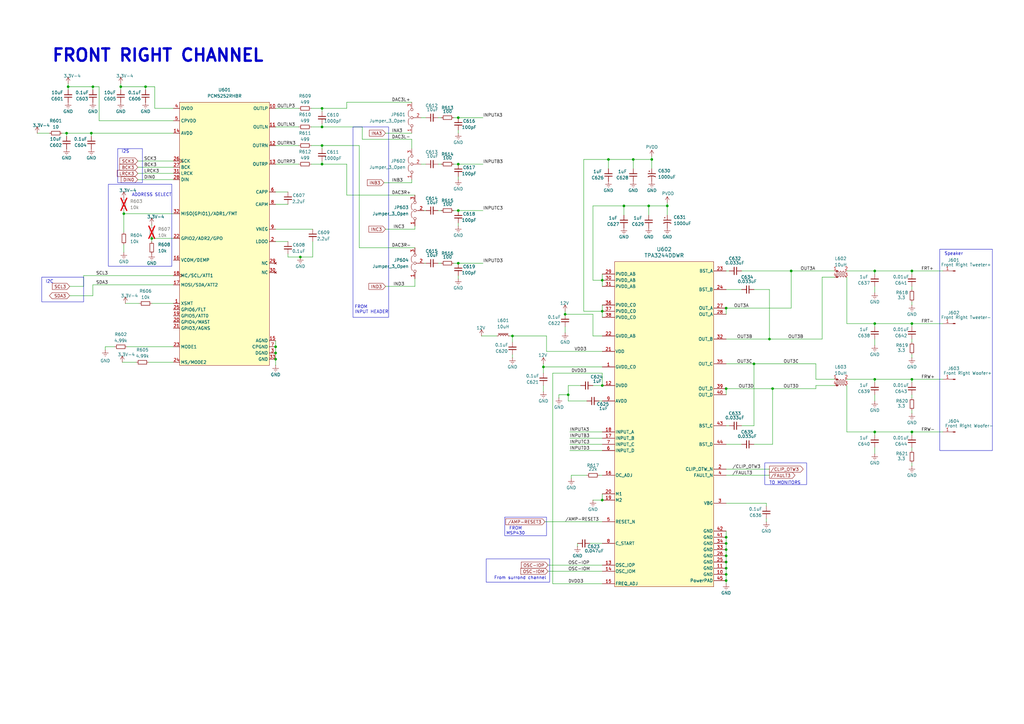
<source format=kicad_sch>
(kicad_sch (version 20250114) (generator "eeschema") (generator_version "9.0")
  (paper "A3")
  (title_block (title "Amplificateur Audio (Base Saine)") (date "2025-05-19") (rev "1.0") (company "NDG"))
  (rectangle (start 144.78 52.07) (end 159.385 130.175))
  (rectangle (start 199.39 229.235) (end 225.425 238.76))
  (rectangle (start 44.45 75.565) (end 70.485 109.22))
  (rectangle (start 17.145 113.665) (end 34.29 123.825))
  (rectangle (start 48.26 60.96) (end 58.42 74.93))
  (rectangle (start 207.01 212.09) (end 224.155 219.71))
  (rectangle (start 313.69 189.865) (end 330.835 198.755))
  (rectangle (start 385.445 102.235) (end 407.035 184.785))
  (text "TO MONITORS" (at 321.945 198.12 0) (effects (font (size 1.27 1.27))))
  (text "I2C\n" (at 20.32 115.57 0) (effects (font (size 1.27 1.27))))
  (text "ADDRESS SELECT" (at 62.23 80.01 0) (effects (font (size 1.27 1.27))))
  (text "Speaker\n" (at 391.16 104.14 0) (effects (font (size 1.27 1.27))))
  (text "FROM\nINPUT HEADER" (at 145.415 127 0) (effects (font (size 1.27 1.27)) (justify left)))
  (text "I2S\n" (at 51.435 62.23 0) (effects (font (size 1.27 1.27))))
  (text "FROM\nMSP430\n" (at 211.455 217.805 0) (effects (font (size 1.27 1.27))))
  (text "From surrond channel\n\n" (at 213.36 238.125 0) (effects (font (size 1.27 1.27))))
  (text "FRONT RIGHT CHANNEL\n" (at 64.77 22.86 0) (effects (font (size 5 5) (thickness 1) (bold yes))))
  (junction (at 297.815 233.045))
  (junction (at 59.69 35.56))
  (junction (at 358.775 155.575))
  (junction (at 324.485 111.125))
  (junction (at 37.465 54.61))
  (junction (at 309.245 149.225))
  (junction (at 233.045 161.925))
  (junction (at 113.03 142.24))
  (junction (at 132.08 52.07))
  (junction (at 297.815 238.125))
  (junction (at 316.865 159.385))
  (junction (at 297.815 225.425))
  (junction (at 266.065 84.455))
  (junction (at 374.015 155.575))
  (junction (at 187.96 48.26))
  (junction (at 315.595 139.065))
  (junction (at 113.03 144.78))
  (junction (at 358.775 111.125))
  (junction (at 132.08 44.45))
  (junction (at 297.815 230.505))
  (junction (at 132.08 59.69))
  (junction (at 297.815 126.365))
  (junction (at 255.905 84.455))
  (junction (at 273.685 84.455))
  (junction (at 297.815 235.585))
  (junction (at 132.08 67.31))
  (junction (at 49.53 35.56))
  (junction (at 297.815 222.885))
  (junction (at 247.015 205.105))
  (junction (at 27.305 54.61))
  (junction (at 297.815 159.385))
  (junction (at 50.8 87.63))
  (junction (at 374.015 111.125))
  (junction (at 187.96 107.95))
  (junction (at 187.96 67.31))
  (junction (at 267.335 65.405))
  (junction (at 210.185 137.795))
  (junction (at 27.94 35.56))
  (junction (at 38.1 35.56))
  (junction (at 113.03 147.32))
  (junction (at 247.015 127.635))
  (junction (at 259.715 65.405))
  (junction (at 297.815 220.345))
  (junction (at 358.775 177.165))
  (junction (at 222.885 150.495))
  (junction (at 247.015 158.115))
  (junction (at 374.015 132.715))
  (junction (at 62.23 97.79))
  (junction (at 374.015 177.165))
  (junction (at 358.775 132.715))
  (junction (at 187.96 86.36))
  (junction (at 123.19 105.41))
  (junction (at 247.015 114.935))
  (junction (at 249.555 65.405))
  (junction (at 231.775 128.905))
  (junction (at 297.815 227.965))
  (wire (pts (xy 347.345 132.715) (xy 358.775 132.715)))
  (wire (pts (xy 168.91 74.93) (xy 168.91 73.66)))
  (wire (pts (xy 148.59 52.07) (xy 148.59 57.15)))
  (wire (pts (xy 241.935 222.885) (xy 247.015 222.885)))
  (wire (pts (xy 245.745 194.945) (xy 247.015 194.945)))
  (wire (pts (xy 174.625 86.36) (xy 173.99 86.36)))
  (wire (pts (xy 297.815 227.965) (xy 297.815 230.505)))
  (wire (pts (xy 234.315 194.945) (xy 240.665 194.945)))
  (wire (pts (xy 224.79 231.775) (xy 247.015 231.775)))
  (wire (pts (xy 49.53 35.56) (xy 59.69 35.56)))
  (wire (pts (xy 25.4 54.61) (xy 27.305 54.61)))
  (wire (pts (xy 299.085 174.625) (xy 297.815 174.625)))
  (wire (pts (xy 236.855 222.885) (xy 236.855 224.155)))
  (wire (pts (xy 34.29 113.03) (xy 71.12 113.03)))
  (wire (pts (xy 247.015 144.145) (xy 224.155 144.145)))
  (wire (pts (xy 337.185 139.065) (xy 315.595 139.065)))
  (wire (pts (xy 168.91 41.91) (xy 142.24 41.91)))
  (wire (pts (xy 226.695 153.035) (xy 247.015 153.035)))
  (wire (pts (xy 40.64 49.53) (xy 40.64 35.56)))
  (wire (pts (xy 309.245 174.625) (xy 304.165 174.625)))
  (wire (pts (xy 247.015 125.095) (xy 247.015 127.635)))
  (wire (pts (xy 27.94 35.56) (xy 38.1 35.56)))
  (wire (pts (xy 243.205 128.905) (xy 243.205 137.795)))
  (wire (pts (xy 63.5 44.45) (xy 71.12 44.45)))
  (wire (pts (xy 132.08 60.96) (xy 132.08 59.69)))
  (wire (pts (xy 374.015 155.575) (xy 374.015 156.845)))
  (wire (pts (xy 297.815 230.505) (xy 297.815 233.045)))
  (wire (pts (xy 297.815 220.345) (xy 297.815 222.885)))
  (wire (pts (xy 267.335 64.135) (xy 267.335 65.405)))
  (wire (pts (xy 38.1 116.84) (xy 71.12 116.84)))
  (wire (pts (xy 56.515 71.12) (xy 71.12 71.12)))
  (wire (pts (xy 247.015 127.635) (xy 239.395 127.635)))
  (wire (pts (xy 187.96 114.3) (xy 187.96 113.03)))
  (wire (pts (xy 249.555 65.405) (xy 249.555 69.215)))
  (wire (pts (xy 314.325 206.375) (xy 297.815 206.375)))
  (wire (pts (xy 187.96 73.66) (xy 187.96 72.39)))
  (wire (pts (xy 304.165 111.125) (xy 324.485 111.125)))
  (wire (pts (xy 233.68 179.705) (xy 247.015 179.705)))
  (wire (pts (xy 63.5 44.45) (xy 63.5 35.56)))
  (wire (pts (xy 113.03 44.45) (xy 122.555 44.45)))
  (wire (pts (xy 113.03 142.24) (xy 113.03 144.78)))
  (wire (pts (xy 297.815 194.945) (xy 315.595 194.945)))
  (wire (pts (xy 229.235 161.925) (xy 233.045 161.925)))
  (wire (pts (xy 170.18 93.98) (xy 158.115 93.98)))
  (wire (pts (xy 297.815 159.385) (xy 297.815 161.925)))
  (wire (pts (xy 358.775 155.575) (xy 374.015 155.575)))
  (wire (pts (xy 316.865 159.385) (xy 316.865 182.245)))
  (wire (pts (xy 197.485 137.795) (xy 203.835 137.795)))
  (wire (pts (xy 358.775 141.605) (xy 358.775 139.065)))
  (wire (pts (xy 247.015 127.635) (xy 247.015 130.175)))
  (wire (pts (xy 187.96 54.61) (xy 187.96 53.34)))
  (wire (pts (xy 71.12 49.53) (xy 40.64 49.53)))
  (wire (pts (xy 309.245 149.225) (xy 334.645 149.225)))
  (wire (pts (xy 358.775 111.125) (xy 358.775 112.395)))
  (wire (pts (xy 148.59 57.15) (xy 168.91 57.15)))
  (wire (pts (xy 127.635 67.31) (xy 132.08 67.31)))
  (wire (pts (xy 179.705 67.31) (xy 180.975 67.31)))
  (wire (pts (xy 374.015 169.545) (xy 374.015 168.275)))
  (wire (pts (xy 358.775 155.575) (xy 358.775 156.845)))
  (wire (pts (xy 49.53 35.56) (xy 49.53 36.83)))
  (wire (pts (xy 132.08 44.45) (xy 127.635 44.45)))
  (wire (pts (xy 297.815 235.585) (xy 297.815 238.125)))
  (wire (pts (xy 297.815 217.805) (xy 297.815 220.345)))
  (wire (pts (xy 113.03 139.7) (xy 113.03 142.24)))
  (wire (pts (xy 187.96 48.26) (xy 198.12 48.26)))
  (wire (pts (xy 304.165 118.745) (xy 297.815 118.745)))
  (wire (pts (xy 239.395 127.635) (xy 239.395 65.405)))
  (wire (pts (xy 347.345 155.575) (xy 358.775 155.575)))
  (wire (pts (xy 297.815 182.245) (xy 304.165 182.245)))
  (wire (pts (xy 358.775 177.165) (xy 358.775 178.435)))
  (wire (pts (xy 314.325 213.995) (xy 314.325 212.725)))
  (wire (pts (xy 224.155 137.795) (xy 210.185 137.795)))
  (wire (pts (xy 63.5 35.56) (xy 59.69 35.56)))
  (wire (pts (xy 374.015 191.135) (xy 374.015 189.865)))
  (wire (pts (xy 374.015 140.335) (xy 374.015 139.065)))
  (wire (pts (xy 186.055 86.36) (xy 187.96 86.36)))
  (wire (pts (xy 231.775 127.635) (xy 231.775 128.905)))
  (wire (pts (xy 174.625 107.95) (xy 173.99 107.95)))
  (wire (pts (xy 128.27 93.98) (xy 113.03 93.98)))
  (wire (pts (xy 247.015 114.935) (xy 247.015 117.475)))
  (wire (pts (xy 358.775 111.125) (xy 374.015 111.125)))
  (wire (pts (xy 297.815 239.395) (xy 297.815 238.125)))
  (wire (pts (xy 299.085 111.125) (xy 297.815 111.125)))
  (wire (pts (xy 62.23 124.46) (xy 71.12 124.46)))
  (wire (pts (xy 324.485 111.125) (xy 342.265 111.125)))
  (wire (pts (xy 247.015 239.395) (xy 226.695 239.395)))
  (wire (pts (xy 358.775 132.715) (xy 374.015 132.715)))
  (wire (pts (xy 374.015 184.785) (xy 374.015 183.515)))
  (wire (pts (xy 314.325 207.645) (xy 314.325 206.375)))
  (wire (pts (xy 132.08 45.72) (xy 132.08 44.45)))
  (wire (pts (xy 170.18 80.01) (xy 142.24 80.01)))
  (wire (pts (xy 238.125 158.115) (xy 233.045 158.115)))
  (wire (pts (xy 374.015 155.575) (xy 386.715 155.575)))
  (wire (pts (xy 247.015 153.035) (xy 247.015 158.115)))
  (wire (pts (xy 28.575 121.285) (xy 38.1 121.285)))
  (wire (pts (xy 27.305 54.61) (xy 27.305 55.88)))
  (wire (pts (xy 247.015 202.565) (xy 247.015 205.105)))
  (wire (pts (xy 52.07 142.24) (xy 71.12 142.24)))
  (wire (pts (xy 113.03 144.78) (xy 113.03 147.32)))
  (wire (pts (xy 210.185 145.415) (xy 210.185 146.685)))
  (wire (pts (xy 267.335 65.405) (xy 259.715 65.405)))
  (wire (pts (xy 170.18 114.3) (xy 170.18 117.475)))
  (wire (pts (xy 142.24 41.91) (xy 142.24 44.45)))
  (wire (pts (xy 179.705 48.26) (xy 180.975 48.26)))
  (wire (pts (xy 233.68 177.165) (xy 247.015 177.165)))
  (wire (pts (xy 324.485 111.125) (xy 324.485 126.365)))
  (wire (pts (xy 174.625 48.26) (xy 172.72 48.26)))
  (wire (pts (xy 358.775 132.715) (xy 358.775 133.985)))
  (wire (pts (xy 179.705 86.36) (xy 180.975 86.36)))
  (wire (pts (xy 174.625 67.31) (xy 172.72 67.31)))
  (wire (pts (xy 337.185 113.665) (xy 337.185 139.065)))
  (wire (pts (xy 222.885 160.655) (xy 222.885 158.115)))
  (wire (pts (xy 297.815 233.045) (xy 297.815 235.585)))
  (wire (pts (xy 118.11 99.06) (xy 113.03 99.06)))
  (wire (pts (xy 186.055 107.95) (xy 187.96 107.95)))
  (wire (pts (xy 273.685 88.265) (xy 273.685 84.455)))
  (wire (pts (xy 374.015 132.715) (xy 386.715 132.715)))
  (wire (pts (xy 374.015 125.095) (xy 374.015 123.825)))
  (wire (pts (xy 347.345 158.115) (xy 347.345 177.165)))
  (wire (pts (xy 255.905 84.455) (xy 266.065 84.455)))
  (wire (pts (xy 315.595 139.065) (xy 297.815 139.065)))
  (wire (pts (xy 229.235 161.925) (xy 229.235 163.195)))
  (wire (pts (xy 168.91 57.15) (xy 168.91 60.96)))
  (wire (pts (xy 158.115 54.61) (xy 168.91 54.61)))
  (wire (pts (xy 239.395 65.405) (xy 249.555 65.405)))
  (wire (pts (xy 245.745 164.465) (xy 247.015 164.465)))
  (wire (pts (xy 347.345 177.165) (xy 358.775 177.165)))
  (wire (pts (xy 187.96 107.95) (xy 198.12 107.95)))
  (wire (pts (xy 50.8 87.63) (xy 71.12 87.63)))
  (wire (pts (xy 113.03 67.31) (xy 122.555 67.31)))
  (wire (pts (xy 267.335 69.215) (xy 267.335 65.405)))
  (wire (pts (xy 337.185 113.665) (xy 342.265 113.665)))
  (wire (pts (xy 142.24 44.45) (xy 132.08 44.45)))
  (wire (pts (xy 243.205 205.105) (xy 247.015 205.105)))
  (wire (pts (xy 222.885 149.225) (xy 222.885 150.495)))
  (wire (pts (xy 113.03 52.07) (xy 122.555 52.07)))
  (wire (pts (xy 118.11 83.82) (xy 113.03 83.82)))
  (wire (pts (xy 118.11 105.41) (xy 123.19 105.41)))
  (wire (pts (xy 113.03 59.69) (xy 122.555 59.69)))
  (wire (pts (xy 186.055 67.31) (xy 187.96 67.31)))
  (wire (pts (xy 123.19 105.41) (xy 128.27 105.41)))
  (wire (pts (xy 347.345 111.125) (xy 358.775 111.125)))
  (wire (pts (xy 147.32 101.6) (xy 147.32 59.69)))
  (wire (pts (xy 187.96 67.31) (xy 198.12 67.31)))
  (wire (pts (xy 38.1 121.285) (xy 38.1 116.84)))
  (wire (pts (xy 255.905 84.455) (xy 255.905 88.265)))
  (wire (pts (xy 358.775 177.165) (xy 374.015 177.165)))
  (wire (pts (xy 297.815 222.885) (xy 297.815 225.425)))
  (wire (pts (xy 297.815 159.385) (xy 316.865 159.385)))
  (wire (pts (xy 51.435 124.46) (xy 57.15 124.46)))
  (wire (pts (xy 170.18 101.6) (xy 147.32 101.6)))
  (wire (pts (xy 374.015 111.125) (xy 386.715 111.125)))
  (wire (pts (xy 62.23 92.075) (xy 62.23 92.71)))
  (wire (pts (xy 56.515 68.58) (xy 71.12 68.58)))
  (wire (pts (xy 247.015 112.395) (xy 247.015 114.935)))
  (wire (pts (xy 243.205 84.455) (xy 243.205 114.935)))
  (wire (pts (xy 113.03 147.32) (xy 113.03 149.86)))
  (wire (pts (xy 50.8 87.63) (xy 50.8 95.25)))
  (wire (pts (xy 43.18 142.24) (xy 46.99 142.24)))
  (wire (pts (xy 222.885 150.495) (xy 222.885 153.035)))
  (wire (pts (xy 50.165 148.59) (xy 55.88 148.59)))
  (wire (pts (xy 309.245 182.245) (xy 316.865 182.245)))
  (wire (pts (xy 224.79 234.315) (xy 247.015 234.315)))
  (wire (pts (xy 187.96 92.71) (xy 187.96 91.44)))
  (wire (pts (xy 309.245 118.745) (xy 315.595 118.745)))
  (wire (pts (xy 59.69 36.83) (xy 59.69 35.56)))
  (wire (pts (xy 233.68 184.785) (xy 247.015 184.785)))
  (wire (pts (xy 222.885 150.495) (xy 247.015 150.495)))
  (wire (pts (xy 233.68 182.245) (xy 247.015 182.245)))
  (wire (pts (xy 342.265 158.115) (xy 334.645 158.115)))
  (wire (pts (xy 374.015 118.745) (xy 374.015 117.475)))
  (wire (pts (xy 243.205 137.795) (xy 247.015 137.795)))
  (wire (pts (xy 28.575 117.475) (xy 34.29 117.475)))
  (wire (pts (xy 71.12 97.79) (xy 62.23 97.79)))
  (wire (pts (xy 334.645 158.115) (xy 334.645 159.385)))
  (wire (pts (xy 249.555 65.405) (xy 259.715 65.405)))
  (wire (pts (xy 297.815 149.225) (xy 309.245 149.225)))
  (wire (pts (xy 208.915 137.795) (xy 210.185 137.795)))
  (wire (pts (xy 297.815 126.365) (xy 297.815 128.905)))
  (wire (pts (xy 179.705 107.95) (xy 180.975 107.95)))
  (wire (pts (xy 374.015 146.685) (xy 374.015 145.415)))
  (wire (pts (xy 147.32 59.69) (xy 132.08 59.69)))
  (wire (pts (xy 315.595 118.745) (xy 315.595 139.065)))
  (wire (pts (xy 142.24 80.01) (xy 142.24 67.31)))
  (wire (pts (xy 50.8 86.36) (xy 50.8 87.63)))
  (wire (pts (xy 374.015 132.715) (xy 374.015 133.985)))
  (wire (pts (xy 148.59 52.07) (xy 132.08 52.07)))
  (wire (pts (xy 358.775 120.015) (xy 358.775 117.475)))
  (wire (pts (xy 374.015 177.165) (xy 386.715 177.165)))
  (wire (pts (xy 132.08 67.31) (xy 132.08 66.04)))
  (wire (pts (xy 234.315 196.215) (xy 234.315 194.945)))
  (wire (pts (xy 49.53 34.29) (xy 49.53 35.56)))
  (wire (pts (xy 259.715 65.405) (xy 259.715 69.215)))
  (wire (pts (xy 27.305 54.61) (xy 37.465 54.61)))
  (wire (pts (xy 34.29 117.475) (xy 34.29 113.03)))
  (wire (pts (xy 347.345 113.665) (xy 347.345 132.715)))
  (wire (pts (xy 157.48 74.93) (xy 168.91 74.93)))
  (wire (pts (xy 273.685 84.455) (xy 266.065 84.455)))
  (wire (pts (xy 186.055 48.26) (xy 187.96 48.26)))
  (wire (pts (xy 118.11 78.74) (xy 113.03 78.74)))
  (wire (pts (xy 324.485 126.365) (xy 297.815 126.365)))
  (wire (pts (xy 334.645 159.385) (xy 316.865 159.385)))
  (wire (pts (xy 358.775 164.465) (xy 358.775 161.925)))
  (wire (pts (xy 27.94 34.29) (xy 27.94 35.56)))
  (wire (pts (xy 37.465 54.61) (xy 71.12 54.61)))
  (wire (pts (xy 56.515 66.04) (xy 71.12 66.04)))
  (wire (pts (xy 374.015 111.125) (xy 374.015 112.395)))
  (wire (pts (xy 334.645 155.575) (xy 342.265 155.575)))
  (wire (pts (xy 128.27 99.06) (xy 128.27 105.41)))
  (wire (pts (xy 266.065 84.455) (xy 266.065 88.265)))
  (wire (pts (xy 240.665 164.465) (xy 233.045 164.465)))
  (wire (pts (xy 334.645 149.225) (xy 334.645 155.575)))
  (wire (pts (xy 255.905 84.455) (xy 243.205 84.455)))
  (wire (pts (xy 309.245 149.225) (xy 309.245 174.625)))
  (wire (pts (xy 243.205 114.935) (xy 247.015 114.935)))
  (wire (pts (xy 374.015 163.195) (xy 374.015 161.925)))
  (wire (pts (xy 40.64 35.56) (xy 38.1 35.56)))
  (wire (pts (xy 170.18 117.475) (xy 158.115 117.475)))
  (wire (pts (xy 210.185 137.795) (xy 210.185 140.335)))
  (wire (pts (xy 231.775 136.525) (xy 231.775 133.985)))
  (wire (pts (xy 15.24 54.61) (xy 20.32 54.61)))
  (wire (pts (xy 243.205 158.115) (xy 247.015 158.115)))
  (wire (pts (xy 297.815 225.425) (xy 297.815 227.965)))
  (wire (pts (xy 43.18 143.51) (xy 43.18 142.24)))
  (wire (pts (xy 358.775 186.055) (xy 358.775 183.515)))
  (wire (pts (xy 233.045 161.925) (xy 233.045 164.465)))
  (wire (pts (xy 38.1 36.83) (xy 38.1 35.56)))
  (wire (pts (xy 60.96 148.59) (xy 71.12 148.59)))
  (wire (pts (xy 187.96 86.36) (xy 198.12 86.36)))
  (wire (pts (xy 223.52 213.995) (xy 247.015 213.995)))
  (wire (pts (xy 132.08 59.69) (xy 127.635 59.69)))
  (wire (pts (xy 118.11 105.41) (xy 118.11 104.14)))
  (wire (pts (xy 233.045 158.115) (xy 233.045 161.925)))
  (wire (pts (xy 142.24 67.31) (xy 132.08 67.31)))
  (wire (pts (xy 374.015 177.165) (xy 374.015 178.435)))
  (wire (pts (xy 132.08 50.8) (xy 132.08 52.07)))
  (wire (pts (xy 62.23 99.06) (xy 62.23 97.79)))
  (wire (pts (xy 56.515 73.66) (xy 71.12 73.66)))
  (wire (pts (xy 297.815 192.405) (xy 315.595 192.405)))
  (wire (pts (xy 273.685 83.185) (xy 273.685 84.455)))
  (wire (pts (xy 27.94 35.56) (xy 27.94 36.83)))
  (wire (pts (xy 224.155 144.145) (xy 224.155 137.795)))
  (wire (pts (xy 170.18 92.71) (xy 170.18 93.98)))
  (wire (pts (xy 243.205 128.905) (xy 231.775 128.905)))
  (wire (pts (xy 50.8 100.33) (xy 50.8 103.505)))
  (wire (pts (xy 226.695 239.395) (xy 226.695 153.035)))
  (wire (pts (xy 37.465 55.88) (xy 37.465 54.61)))
  (wire (pts (xy 132.08 52.07) (xy 127.635 52.07)))
  (label "FRT-" (at 377.825 132.715 0))
  (label "INC3" (at 161.29 93.98 0))
  (label "OUT3C" (at 321.31 149.225 0))
  (label "DAC3L-" (at 160.655 57.15 0))
  (label "DIN0" (at 59.055 73.66 0))
  (label "INB3" (at 160.655 74.93 0))
  (label "OUTLP3" (at 113.665 44.45 0))
  (label "SDA3" (at 39.37 116.84 0))
  (label "OUTLN3" (at 113.665 52.07 0))
  (label "OUT3C" (at 302.26 149.225 0))
  (label "INPUTC3" (at 233.68 182.245 0))
  (label "DAC3R+" (at 160.655 80.01 0))
  (label "OUT3A" (at 300.99 126.365 0))
  (label "SCL3" (at 39.37 113.03 0))
  (label "VDD3" (at 235.585 144.145 0))
  (label "DVDD3" (at 234.315 153.035 0))
  (label "INPUTA3" (at 198.12 48.26 0))
  (label "FRW+" (at 377.825 155.575 0))
  (label "OUTRN3" (at 113.665 59.69 0))
  (label "{slash}AMP-RESET3" (at 231.775 213.995 0))
  (label "SCK3" (at 59.055 66.04 0))
  (label "INPUTD3" (at 233.68 184.785 0))
  (label "OSC-IOM" (at 233.045 234.315 0))
  (label "{slash}FAULT3" (at 300.355 194.945 0))
  (label "DAC3L+" (at 160.655 41.91 0))
  (label "OUT3D" (at 321.31 159.385 0))
  (label "FRW-" (at 377.825 177.165 0))
  (label "INPUTC3" (at 198.12 86.36 0))
  (label "INPUTD3" (at 198.12 107.95 0))
  (label "INPUTA3" (at 233.68 177.165 0))
  (label "LRCK3" (at 59.055 71.12 0))
  (label "INA3" (at 160.655 54.61 0))
  (label "DAC3R-" (at 160.655 101.6 0))
  (label "BCK3" (at 59.055 68.58 0))
  (label "OUT3A" (at 328.295 111.125 0))
  (label "IND3" (at 161.29 117.475 0))
  (label "INPUTB3" (at 233.68 179.705 0))
  (label "OSC-IOP" (at 233.045 231.775 0))
  (label "OUT3D" (at 302.895 159.385 0))
  (label "OUT3B" (at 323.215 139.065 0))
  (label "DVDD3" (at 233.045 239.395 0))
  (label "FRT+" (at 377.825 111.125 0))
  (label "{slash}CLIP_OTW3" (at 300.355 192.405 0))
  (label "INPUTB3" (at 198.12 67.31 0))
  (label "OUTRP3" (at 113.665 67.31 0))
  (label "OUT3B" (at 302.26 139.065 0))
  (global_label "SDA3" (shape bidirectional) (at 28.575 121.285 180) (property "Intersheetrefs" "${INTERSHEET_REFS}" (effects (hide yes))))
  (global_label "BCK3" (shape input) (at 56.515 68.58 180) (property "Intersheetrefs" "${INTERSHEET_REFS}" (effects (hide yes))))
  (global_label "INC3" (shape input) (at 158.115 93.98 180) (property "Intersheetrefs" "${INTERSHEET_REFS}" (effects (hide yes))))
  (global_label "DIN0" (shape input) (at 56.515 73.66 180) (property "Intersheetrefs" "${INTERSHEET_REFS}" (effects (hide yes))))
  (global_label "SCK3" (shape input) (at 56.515 66.04 180) (property "Intersheetrefs" "${INTERSHEET_REFS}" (effects (hide yes))))
  (global_label "{slash}FAULT3" (shape output) (at 315.595 194.945 0) (property "Intersheetrefs" "${INTERSHEET_REFS}" (effects (hide yes))))
  (global_label "OSC-IOP" (shape input) (at 224.79 231.775 180) (property "Intersheetrefs" "${INTERSHEET_REFS}" (effects (hide yes))))
  (global_label "IND3" (shape input) (at 158.115 117.475 180) (property "Intersheetrefs" "${INTERSHEET_REFS}" (effects (hide yes))))
  (global_label "{slash}CLIP_OTW3" (shape output) (at 315.595 192.405 0) (property "Intersheetrefs" "${INTERSHEET_REFS}" (effects (hide yes))))
  (global_label "OSC-IOM" (shape input) (at 224.79 234.315 180) (property "Intersheetrefs" "${INTERSHEET_REFS}" (effects (hide yes))))
  (global_label "LRCK3" (shape input) (at 56.515 71.12 180) (property "Intersheetrefs" "${INTERSHEET_REFS}" (effects (hide yes))))
  (global_label "SCL3" (shape input) (at 28.575 117.475 180) (property "Intersheetrefs" "${INTERSHEET_REFS}" (effects (hide yes))))
  (global_label "{slash}AMP-RESET3" (shape input) (at 223.52 213.995 180) (property "Intersheetrefs" "${INTERSHEET_REFS}" (effects (hide yes))))
  (global_label "INB3" (shape input) (at 157.48 74.93 180) (property "Intersheetrefs" "${INTERSHEET_REFS}" (effects (hide yes))))
  (global_label "INA3" (shape input) (at 158.115 54.61 180) (property "Intersheetrefs" "${INTERSHEET_REFS}" (effects (hide yes))))
  (symbol (lib_id "Device:C_Small") (at 177.165 107.95 90) (unit 1)
    (property "Reference" "C615" (at 177.038 102.997 90))
    (property "Value" "10uF" (at 177.419 104.648 90))
    (property "Description" "Unpolarized capacitor, small symbol" (effects (hide yes)))
  )
  (symbol (lib_id "power:Earth") (at 374.015 191.135 0) (unit 1)
    (property "Reference" "#PWR0583" (effects (hide yes)))
    (property "Value" "GND" (at 374.015 194.945 0))
    (property "Description" "Power symbol creates a global label with name \"Earth\"" (effects (hide yes)))
  )
  (symbol (lib_id "power:Earth") (at 222.885 160.655 0) (unit 1)
    (property "Reference" "#PWR0572" (effects (hide yes)))
    (property "Value" "GND" (at 222.885 164.465 0))
    (property "Description" "Power symbol creates a global label with name \"Earth\"" (effects (hide yes)))
  )
  (symbol (lib_id "power:Earth") (at 187.96 114.3 0) (unit 1)
    (property "Reference" "#PWR0567" (effects (hide yes)))
    (property "Value" "GND" (at 187.96 118.11 0))
    (property "Description" "Power symbol creates a global label with name \"Earth\"" (effects (hide yes)))
  )
  (symbol (lib_id "Device:C_Small") (at 374.015 180.975 180) (unit 1)
    (property "Reference" "C644" (at 369.57 182.118 0))
    (property "Value" "0.01uF" (at 369.57 179.578 0))
    (property "Description" "Unpolarized capacitor, small symbol" (effects (hide yes)))
  )
  (symbol (lib_id "power:Earth") (at 49.53 41.91 0) (unit 1)
    (property "Reference" "#PWR0559" (effects (hide yes)))
    (property "Value" "GND" (at 49.53 45.72 0))
    (property "Description" "Power symbol creates a global label with name \"Earth\"" (effects (hide yes)))
  )
  (symbol (lib_id "Device:C_Small") (at 177.165 86.36 90) (unit 1)
    (property "Reference" "C614" (at 177.038 81.407 90))
    (property "Value" "10uF" (at 177.419 83.058 90))
    (property "Description" "Unpolarized capacitor, small symbol" (effects (hide yes)))
  )
  (symbol (lib_id "Device:C_Small") (at 187.96 69.85 0) (unit 1)
    (property "Reference" "C617" (at 192.405 68.707 0))
    (property "Value" "100pF" (at 192.405 71.247 0))
    (property "Description" "Unpolarized capacitor, small symbol" (effects (hide yes)))
  )
  (symbol (lib_id "Device:C_Small") (at 240.665 158.115 270) (unit 1)
    (property "Reference" "C624" (at 244.729 154.559 90))
    (property "Value" "1uF" (at 244.983 156.337 90))
    (property "Description" "Unpolarized capacitor, small symbol" (effects (hide yes)))
  )
  (symbol (lib_id "Device:R_Small") (at 59.69 124.46 90) (unit 1)
    (property "Reference" "R606" (at 59.69 119.38 90))
    (property "Value" "10k" (at 59.69 121.92 90))
    (property "Description" "Resistor, small symbol" (effects (hide yes)))
  )
  (symbol (lib_id "Device:C_Small") (at 259.715 71.755 180) (unit 1)
    (property "Reference" "C628" (at 255.27 72.898 0))
    (property "Value" "1uF" (at 255.27 70.358 0))
    (property "Description" "Unpolarized capacitor, small symbol" (effects (hide yes)))
  )
  (symbol (lib_id "power:+3V3") (at 51.435 124.46 0) (unit 1)
    (property "Reference" "#PWR0425" (effects (hide yes)))
    (property "Value" "3.3V-4" (at 49.53 121.285 0) (effects (justify left)))
    (property "Description" "Power symbol creates a global label with name \"+3V3\"" (effects (hide yes)))
  )
  (symbol (lib_id "Jumper:Jumper_3_Open") (at 170.18 86.36 90) (unit 1)
    (property "Reference" "JP603" (at 167.64 85.0899 90) (effects (justify left)))
    (property "Value" "Jumper_3_Open" (at 167.64 87.6299 90) (effects (justify left)))
    (property "Description" "Jumper, 3-pole, both open" (effects (hide yes)))
  )
  (symbol (lib_id "power:Earth") (at 374.015 125.095 0) (unit 1)
    (property "Reference" "#PWR0590" (effects (hide yes)))
    (property "Value" "GND" (at 374.015 128.905 0))
    (property "Description" "Power symbol creates a global label with name \"Earth\"" (effects (hide yes)))
  )
  (symbol (lib_id "Device:C_Small") (at 222.885 155.575 180) (unit 1)
    (property "Reference" "C621" (at 218.44 156.718 0))
    (property "Value" "0.1uF" (at 218.44 154.178 0))
    (property "Description" "Unpolarized capacitor, small symbol" (effects (hide yes)))
  )
  (symbol (lib_id "Libglobal:TPA3244DDWR") (at 272.415 179.705 0) (unit 1)
    (property "Reference" "U602" (at 272.415 102.235 0) (effects (font (size 1.524 1.524))))
    (property "Value" "TPA3244DDWR" (at 272.415 104.775 0) (effects (font (size 1.524 1.524))))
    (property "Footprint" "DDV0044D_N" (effects (hide yes)))
    (property "Datasheet" "TPA3255DDV" (effects (hide yes)))
  )
  (symbol (lib_id "power:Earth") (at 236.855 224.155 0) (unit 1)
    (property "Reference" "#PWR0568" (effects (hide yes)))
    (property "Value" "GND" (at 236.855 227.965 0))
    (property "Description" "Power symbol creates a global label with name \"Earth\"" (effects (hide yes)))
  )
  (symbol (lib_id "Device:L_Iron_Coupled_Small_1243") (at 344.805 156.845 0) (unit 1)
    (property "Reference" "L603" (at 344.805 150.495 0))
    (property "Value" "10uH" (at 344.805 153.035 0))
    (property "Description" "Coupled inductor with iron core, small symbol" (effects (hide yes)))
  )
  (symbol (lib_id "power:+3V3") (at 50.165 148.59 0) (unit 1)
    (property "Reference" "#PWR0424" (effects (hide yes)))
    (property "Value" "3.3V-4" (at 48.26 145.415 0) (effects (justify left)))
    (property "Description" "Power symbol creates a global label with name \"+3V3\"" (effects (hide yes)))
  )
  (symbol (lib_id "Device:C_Small") (at 358.775 136.525 180) (unit 1)
    (property "Reference" "C638" (at 354.33 137.668 0))
    (property "Value" "1uF" (at 354.33 135.128 0))
    (property "Description" "Unpolarized capacitor, small symbol" (effects (hide yes)))
  )
  (symbol (lib_id "power:Earth") (at 358.775 164.465 0) (unit 1)
    (property "Reference" "#PWR0585" (effects (hide yes)))
    (property "Value" "GND" (at 358.775 168.275 0))
    (property "Description" "Power symbol creates a global label with name \"Earth\"" (effects (hide yes)))
  )
  (symbol (lib_id "Device:C_Small") (at 38.1 39.37 180) (unit 1)
    (property "Reference" "C603" (at 33.655 40.513 0))
    (property "Value" "0.1uF" (at 33.655 37.973 0))
    (property "Description" "Unpolarized capacitor, small symbol" (effects (hide yes)))
  )
  (symbol (lib_id "Device:C_Small") (at 374.015 114.935 180) (unit 1)
    (property "Reference" "C641" (at 369.57 116.078 0))
    (property "Value" "0.01uF" (at 369.57 113.538 0))
    (property "Description" "Unpolarized capacitor, small symbol" (effects (hide yes)))
  )
  (symbol (lib_id "Device:C_Small") (at 187.96 110.49 0) (unit 1)
    (property "Reference" "C619" (at 192.405 109.347 0))
    (property "Value" "100pF" (at 192.405 111.887 0))
    (property "Description" "Unpolarized capacitor, small symbol" (effects (hide yes)))
  )
  (symbol (lib_id "Libglobal:PCM5252RHBR") (at 85.09 40.64 0) (unit 1)
    (property "Reference" "U601" (at 92.075 36.83 0))
    (property "Value" "PCM5252RHBR" (at 92.075 39.37 0))
  )
  (symbol (lib_id "power:Earth") (at 210.185 146.685 0) (unit 1)
    (property "Reference" "#PWR0573" (effects (hide yes)))
    (property "Value" "GND" (at 210.185 150.495 0))
    (property "Description" "Power symbol creates a global label with name \"Earth\"" (effects (hide yes)))
  )
  (symbol (lib_id "Device:R_Small") (at 183.515 67.31 270) (unit 1)
    (property "Reference" "R614" (at 183.515 63.246 90))
    (property "Value" "100" (at 183.515 64.77 90))
    (property "Description" "Resistor, small symbol" (effects (hide yes)))
  )
  (symbol (lib_id "Device:R_Small") (at 50.8 97.79 180) (unit 1)
    (property "Reference" "R604" (at 53.34 96.5199 0) (effects (justify right)))
    (property "Value" "10k" (at 53.34 99.0599 0) (effects (justify right)))
    (property "Description" "Resistor, small symbol" (effects (hide yes)))
  )
  (symbol (lib_id "Device:R_Small") (at 374.015 142.875 0) (unit 1)
    (property "Reference" "R619" (at 369.951 141.605 0))
    (property "Value" "3.3" (at 369.697 143.637 0))
    (property "Description" "Resistor, small symbol" (effects (hide yes)))
  )
  (symbol (lib_id "Device:C_Small") (at 27.305 58.42 180) (unit 1)
    (property "Reference" "C602" (at 22.86 59.563 0))
    (property "Value" "10uF" (at 22.86 57.023 0))
    (property "Description" "Unpolarized capacitor, small symbol" (effects (hide yes)))
  )
  (symbol (lib_id "power:+3V3") (at 27.94 34.29 0) (unit 1)
    (property "Reference" "#PWR0431" (effects (hide yes)))
    (property "Value" "3.3V-4" (at 26.035 31.115 0) (effects (justify left)))
    (property "Description" "Power symbol creates a global label with name \"+3V3\"" (effects (hide yes)))
  )
  (symbol (lib_id "Device:C_Small") (at 255.905 90.805 180) (unit 1)
    (property "Reference" "C627" (at 251.46 91.948 0))
    (property "Value" "1uF" (at 251.46 89.408 0))
    (property "Description" "Unpolarized capacitor, small symbol" (effects (hide yes)))
  )
  (symbol (lib_id "Connector:Conn_01x01_Pin") (at 391.795 132.715 180) (unit 1)
    (property "Reference" "J602" (at 391.16 128.27 0))
    (property "Value" "Front Right Tweeter-" (at 396.24 130.175 0))
    (property "Description" "Generic connector, single row, 01x01, script generated" (effects (hide yes)))
  )
  (symbol (lib_id "Device:C_Small") (at 132.08 63.5 0) (unit 1)
    (property "Reference" "C611" (at 136.525 62.357 0))
    (property "Value" "1000pF" (at 136.525 64.897 0))
    (property "Description" "Unpolarized capacitor, small symbol" (effects (hide yes)))
  )
  (symbol (lib_id "Device:R_Small") (at 58.42 148.59 90) (unit 1)
    (property "Reference" "R605" (at 58.42 143.51 90))
    (property "Value" "4.99k" (at 58.42 146.05 90))
    (property "Description" "Resistor, small symbol" (effects (hide yes)))
  )
  (symbol (lib_id "power:Earth") (at 62.23 104.14 0) (unit 1)
    (property "Reference" "#PWR0557" (effects (hide yes)))
    (property "Value" "GND" (at 62.23 107.95 0))
    (property "Description" "Power symbol creates a global label with name \"Earth\"" (effects (hide yes)))
  )
  (symbol (lib_id "Device:C_Small") (at 374.015 136.525 180) (unit 1)
    (property "Reference" "C642" (at 369.57 137.668 0))
    (property "Value" "0.01uF" (at 369.57 135.128 0))
    (property "Description" "Unpolarized capacitor, small symbol" (effects (hide yes)))
  )
  (symbol (lib_id "power:+12V") (at 231.775 127.635 0) (unit 1)
    (property "Reference" "#PWR0628" (effects (hide yes)))
    (property "Value" "12V" (at 231.521 124.333 0))
    (property "Description" "Power symbol creates a global label with name \"+12V\"" (effects (hide yes)))
  )
  (symbol (lib_id "Device:C_Small") (at 358.775 114.935 180) (unit 1)
    (property "Reference" "C637" (at 354.33 116.078 0))
    (property "Value" "1uF" (at 354.33 113.538 0))
    (property "Description" "Unpolarized capacitor, small symbol" (effects (hide yes)))
  )
  (symbol (lib_id "Device:R_Small") (at 50.8 83.82 180) (unit 1) (dnp yes)
    (property "Reference" "R603" (at 53.34 82.5499 0) (effects (justify right)))
    (property "Value" "10k" (at 53.34 85.0899 0) (effects (justify right)))
    (property "Description" "Resistor, small symbol" (effects (hide yes)))
  )
  (symbol (lib_id "power:Earth") (at 27.305 60.96 0) (unit 1)
    (property "Reference" "#PWR0518" (effects (hide yes)))
    (property "Value" "GND" (at 27.305 64.77 0))
    (property "Description" "Power symbol creates a global label with name \"Earth\"" (effects (hide yes)))
  )
  (symbol (lib_id "power:Earth") (at 374.015 146.685 0) (unit 1)
    (property "Reference" "#PWR0588" (effects (hide yes)))
    (property "Value" "GND" (at 374.015 150.495 0))
    (property "Description" "Power symbol creates a global label with name \"Earth\"" (effects (hide yes)))
  )
  (symbol (lib_id "Device:C_Small") (at 306.705 182.245 270) (unit 1)
    (property "Reference" "C635" (at 306.451 177.165 90))
    (property "Value" "0.033uF" (at 306.451 178.943 90))
    (property "Description" "Unpolarized capacitor, small symbol" (effects (hide yes)))
  )
  (symbol (lib_id "power:Earth") (at 38.1 41.91 0) (unit 1)
    (property "Reference" "#PWR0556" (effects (hide yes)))
    (property "Value" "GND" (at 38.1 45.72 0))
    (property "Description" "Power symbol creates a global label with name \"Earth\"" (effects (hide yes)))
  )
  (symbol (lib_id "Device:R_Small") (at 62.23 95.25 180) (unit 1) (dnp yes)
    (property "Reference" "R607" (at 64.77 93.9799 0) (effects (justify right)))
    (property "Value" "10k" (at 64.77 96.5199 0) (effects (justify right)))
    (property "Description" "Resistor, small symbol" (effects (hide yes)))
  )
  (symbol (lib_id "power:Earth") (at 123.19 105.41 0) (unit 1)
    (property "Reference" "#PWR0563" (effects (hide yes)))
    (property "Value" "GND" (at 123.19 109.22 0))
    (property "Description" "Power symbol creates a global label with name \"Earth\"" (effects (hide yes)))
  )
  (symbol (lib_id "Device:L_Iron_Coupled_Small_1243") (at 344.805 112.395 0) (unit 1)
    (property "Reference" "L602" (at 344.805 106.045 0))
    (property "Value" "10uH" (at 344.805 108.585 0))
    (property "Description" "Coupled inductor with iron core, small symbol" (effects (hide yes)))
  )
  (symbol (lib_id "power:Earth") (at 314.325 213.995 0) (unit 1)
    (property "Reference" "#PWR0582" (effects (hide yes)))
    (property "Value" "GND" (at 314.325 217.805 0))
    (property "Description" "Power symbol creates a global label with name \"Earth\"" (effects (hide yes)))
  )
  (symbol (lib_id "power:+3V3") (at 62.23 92.075 0) (unit 1)
    (property "Reference" "#PWR0427" (effects (hide yes)))
    (property "Value" "3.3V-4" (at 60.325 88.9 0) (effects (justify left)))
    (property "Description" "Power symbol creates a global label with name \"+3V3\"" (effects (hide yes)))
  )
  (symbol (lib_id "power:+12V") (at 197.485 137.795 0) (unit 1)
    (property "Reference" "#PWR0623" (effects (hide yes)))
    (property "Value" "12V" (at 197.231 134.493 0))
    (property "Description" "Power symbol creates a global label with name \"+12V\"" (effects (hide yes)))
  )
  (symbol (lib_id "Device:C_Polarized_Small_US") (at 273.685 90.805 0) (unit 1)
    (property "Reference" "C631" (at 276.225 89.1031 0) (effects (justify left)))
    (property "Value" "1000uF" (at 276.225 91.6431 0) (effects (justify left)))
    (property "Description" "Polarized capacitor, small US symbol" (effects (hide yes)))
  )
  (symbol (lib_id "Device:R_Small") (at 125.095 59.69 270) (unit 1)
    (property "Reference" "R611" (at 125.095 54.61 90))
    (property "Value" "499" (at 125.095 57.15 90))
    (property "Description" "Resistor, small symbol" (effects (hide yes)))
  )
  (symbol (lib_id "power:Earth") (at 27.94 41.91 0) (unit 1)
    (property "Reference" "#PWR0554" (effects (hide yes)))
    (property "Value" "GND" (at 27.94 45.72 0))
    (property "Description" "Power symbol creates a global label with name \"Earth\"" (effects (hide yes)))
  )
  (symbol (lib_id "Device:C_Small") (at 239.395 222.885 90) (unit 1)
    (property "Reference" "C623" (at 243.459 224.155 90))
    (property "Value" "0.047uF" (at 243.713 225.933 90))
    (property "Description" "Unpolarized capacitor, small symbol" (effects (hide yes)))
  )
  (symbol (lib_id "Device:C_Small") (at 243.205 164.465 90) (unit 1)
    (property "Reference" "C625" (at 247.269 165.735 90))
    (property "Value" "1uF" (at 247.523 167.513 90))
    (property "Description" "Unpolarized capacitor, small symbol" (effects (hide yes)))
  )
  (symbol (lib_id "Device:C_Small") (at 177.165 48.26 90) (unit 1)
    (property "Reference" "C612" (at 177.038 43.307 90))
    (property "Value" "10uF" (at 177.419 44.958 90))
    (property "Description" "Unpolarized capacitor, small symbol" (effects (hide yes)))
  )
  (symbol (lib_id "Device:R_Small") (at 374.015 165.735 0) (unit 1)
    (property "Reference" "R620" (at 369.951 164.465 0))
    (property "Value" "3.3" (at 369.697 166.497 0))
    (property "Description" "Resistor, small symbol" (effects (hide yes)))
  )
  (symbol (lib_id "Device:R_Small") (at 374.015 121.285 0) (unit 1)
    (property "Reference" "R618" (at 369.951 120.015 0))
    (property "Value" "3.3" (at 369.697 122.047 0))
    (property "Description" "Resistor, small symbol" (effects (hide yes)))
  )
  (symbol (lib_id "power:Earth") (at 187.96 54.61 0) (unit 1)
    (property "Reference" "#PWR0564" (effects (hide yes)))
    (property "Value" "GND" (at 187.96 58.42 0))
    (property "Description" "Power symbol creates a global label with name \"Earth\"" (effects (hide yes)))
  )
  (symbol (lib_id "Device:C_Small") (at 37.465 58.42 180) (unit 1)
    (property "Reference" "C604" (at 33.02 59.563 0))
    (property "Value" "0.1uF" (at 33.02 57.023 0))
    (property "Description" "Unpolarized capacitor, small symbol" (effects (hide yes)))
  )
  (symbol (lib_id "Device:R_Small") (at 183.515 48.26 270) (unit 1)
    (property "Reference" "R613" (at 183.515 44.196 90))
    (property "Value" "100" (at 183.515 45.72 90))
    (property "Description" "Resistor, small symbol" (effects (hide yes)))
  )
  (symbol (lib_id "power:Earth") (at 358.775 141.605 0) (unit 1)
    (property "Reference" "#PWR0587" (effects (hide yes)))
    (property "Value" "GND" (at 358.775 145.415 0))
    (property "Description" "Power symbol creates a global label with name \"Earth\"" (effects (hide yes)))
  )
  (symbol (lib_id "Device:R_Small") (at 125.095 44.45 270) (unit 1)
    (property "Reference" "R609" (at 125.095 39.37 90))
    (property "Value" "499" (at 125.095 41.91 90))
    (property "Description" "Resistor, small symbol" (effects (hide yes)))
  )
  (symbol (lib_id "power:Earth") (at 113.03 149.86 0) (unit 1)
    (property "Reference" "#PWR0562" (effects (hide yes)))
    (property "Value" "GND" (at 113.03 153.67 0))
    (property "Description" "Power symbol creates a global label with name \"Earth\"" (effects (hide yes)))
  )
  (symbol (lib_id "Device:C_Small") (at 306.705 118.745 270) (unit 1)
    (property "Reference" "C634" (at 306.451 113.665 90))
    (property "Value" "0.033uF" (at 306.451 115.443 90))
    (property "Description" "Unpolarized capacitor, small symbol" (effects (hide yes)))
  )
  (symbol (lib_id "Device:C_Small") (at 314.325 210.185 180) (unit 1)
    (property "Reference" "C636" (at 309.88 211.328 0))
    (property "Value" "0.1uF" (at 309.88 208.788 0))
    (property "Description" "Unpolarized capacitor, small symbol" (effects (hide yes)))
  )
  (symbol (lib_id "power:Earth") (at 255.905 93.345 0) (unit 1)
    (property "Reference" "#PWR0575" (effects (hide yes)))
    (property "Value" "GND" (at 255.905 97.155 0))
    (property "Description" "Power symbol creates a global label with name \"Earth\"" (effects (hide yes)))
  )
  (symbol (lib_id "Device:R_Small") (at 49.53 142.24 90) (unit 1)
    (property "Reference" "R602" (at 49.53 137.16 90))
    (property "Value" "4.99k" (at 49.53 139.7 90))
    (property "Description" "Resistor, small symbol" (effects (hide yes)))
  )
  (symbol (lib_id "Device:R_Small") (at 22.86 54.61 270) (unit 1)
    (property "Reference" "R601" (at 22.86 49.53 90))
    (property "Value" "10" (at 22.86 52.07 90))
    (property "Description" "Resistor, small symbol" (effects (hide yes)))
  )
  (symbol (lib_id "Device:R_Small") (at 125.095 67.31 270) (unit 1)
    (property "Reference" "R612" (at 125.095 62.23 90))
    (property "Value" "499" (at 125.095 64.77 90))
    (property "Description" "Resistor, small symbol" (effects (hide yes)))
  )
  (symbol (lib_id "power:Earth") (at 234.315 196.215 0) (unit 1)
    (property "Reference" "#PWR0570" (effects (hide yes)))
    (property "Value" "GND" (at 234.315 200.025 0))
    (property "Description" "Power symbol creates a global label with name \"Earth\"" (effects (hide yes)))
  )
  (symbol (lib_id "Device:C_Small") (at 59.69 39.37 180) (unit 1)
    (property "Reference" "C606" (at 55.245 40.513 0))
    (property "Value" "0.1uF" (at 55.245 37.973 0))
    (property "Description" "Unpolarized capacitor, small symbol" (effects (hide yes)))
  )
  (symbol (lib_id "Device:C_Small") (at 118.11 101.6 0) (unit 1)
    (property "Reference" "C608" (at 122.555 100.457 0))
    (property "Value" "0.1uF" (at 122.555 102.997 0))
    (property "Description" "Unpolarized capacitor, small symbol" (effects (hide yes)))
  )
  (symbol (lib_id "Device:C_Small") (at 118.11 81.28 0) (unit 1)
    (property "Reference" "C607" (at 122.555 80.137 0))
    (property "Value" "2.2uF" (at 122.555 82.677 0))
    (property "Description" "Unpolarized capacitor, small symbol" (effects (hide yes)))
  )
  (symbol (lib_id "Device:C_Small") (at 231.775 131.445 180) (unit 1)
    (property "Reference" "C622" (at 227.33 132.588 0))
    (property "Value" "0.1uF" (at 227.33 130.048 0))
    (property "Description" "Unpolarized capacitor, small symbol" (effects (hide yes)))
  )
  (symbol (lib_id "power:Earth") (at 374.015 169.545 0) (unit 1)
    (property "Reference" "#PWR0586" (effects (hide yes)))
    (property "Value" "GND" (at 374.015 173.355 0))
    (property "Description" "Power symbol creates a global label with name \"Earth\"" (effects (hide yes)))
  )
  (symbol (lib_id "Jumper:Jumper_3_Open") (at 168.91 67.31 90) (unit 1)
    (property "Reference" "JP602" (at 166.37 66.0399 90) (effects (justify left)))
    (property "Value" "Jumper_3_Open" (at 166.37 68.5799 90) (effects (justify left)))
    (property "Description" "Jumper, 3-pole, both open" (effects (hide yes)))
  )
  (symbol (lib_id "Device:R_Small") (at 243.205 194.945 270) (unit 1)
    (property "Reference" "R617" (at 243.205 190.881 90))
    (property "Value" "22k" (at 243.205 192.405 90))
    (property "Description" "Resistor, small symbol" (effects (hide yes)))
  )
  (symbol (lib_id "Device:C_Small") (at 374.015 159.385 180) (unit 1)
    (property "Reference" "C643" (at 369.57 160.528 0))
    (property "Value" "0.01uF" (at 369.57 157.988 0))
    (property "Description" "Unpolarized capacitor, small symbol" (effects (hide yes)))
  )
  (symbol (lib_id "power:Earth") (at 249.555 74.295 0) (unit 1)
    (property "Reference" "#PWR0578" (effects (hide yes)))
    (property "Value" "GND" (at 249.555 78.105 0))
    (property "Description" "Power symbol creates a global label with name \"Earth\"" (effects (hide yes)))
  )
  (symbol (lib_id "power:+12V") (at 267.335 64.135 0) (unit 1)
    (property "Reference" "#PWR0637" (effects (hide yes)))
    (property "Value" "PVDD" (at 267.335 60.325 0))
    (property "Description" "Power symbol creates a global label with name \"+12V\"" (effects (hide yes)))
  )
  (symbol (lib_id "power:Earth") (at 267.335 74.295 0) (unit 1)
    (property "Reference" "#PWR0580" (effects (hide yes)))
    (property "Value" "GND" (at 267.335 78.105 0))
    (property "Description" "Power symbol creates a global label with name \"Earth\"" (effects (hide yes)))
  )
  (symbol (lib_id "Device:R_Small") (at 183.515 86.36 270) (unit 1)
    (property "Reference" "R615" (at 183.515 82.296 90))
    (property "Value" "100" (at 183.515 83.82 90))
    (property "Description" "Resistor, small symbol" (effects (hide yes)))
  )
  (symbol (lib_id "Device:C_Small") (at 128.27 96.52 0) (unit 1)
    (property "Reference" "C609" (at 132.715 95.377 0))
    (property "Value" "2.2uF" (at 132.715 97.917 0))
    (property "Description" "Unpolarized capacitor, small symbol" (effects (hide yes)))
  )
  (symbol (lib_id "Device:C_Small") (at 49.53 39.37 180) (unit 1)
    (property "Reference" "C605" (at 45.085 40.513 0))
    (property "Value" "10uF" (at 45.085 37.973 0))
    (property "Description" "Unpolarized capacitor, small symbol" (effects (hide yes)))
  )
  (symbol (lib_id "Device:R_Small") (at 183.515 107.95 270) (unit 1)
    (property "Reference" "R616" (at 183.515 103.886 90))
    (property "Value" "100" (at 183.515 105.41 90))
    (property "Description" "Resistor, small symbol" (effects (hide yes)))
  )
  (symbol (lib_id "Device:C_Small") (at 132.08 48.26 0) (unit 1)
    (property "Reference" "C610" (at 136.525 47.117 0))
    (property "Value" "1000pF" (at 136.525 49.657 0))
    (property "Description" "Unpolarized capacitor, small symbol" (effects (hide yes)))
  )
  (symbol (lib_id "power:+3V3") (at 49.53 34.29 0) (unit 1)
    (property "Reference" "#PWR0434" (effects (hide yes)))
    (property "Value" "3.3V-4" (at 47.625 31.115 0) (effects (justify left)))
    (property "Description" "Power symbol creates a global label with name \"+3V3\"" (effects (hide yes)))
  )
  (symbol (lib_id "Device:C_Small") (at 301.625 111.125 270) (unit 1)
    (property "Reference" "C632" (at 301.371 106.045 90))
    (property "Value" "0.033uF" (at 301.371 107.823 90))
    (property "Description" "Unpolarized capacitor, small symbol" (effects (hide yes)))
  )
  (symbol (lib_id "Device:R_Small") (at 62.23 101.6 180) (unit 1)
    (property "Reference" "R608" (at 64.77 100.3299 0) (effects (justify right)))
    (property "Value" "10k" (at 64.77 102.8699 0) (effects (justify right)))
    (property "Description" "Resistor, small symbol" (effects (hide yes)))
  )
  (symbol (lib_id "Device:C_Small") (at 27.94 39.37 180) (unit 1)
    (property "Reference" "C601" (at 23.495 40.513 0))
    (property "Value" "10uF" (at 23.495 37.973 0))
    (property "Description" "Unpolarized capacitor, small symbol" (effects (hide yes)))
  )
  (symbol (lib_id "Connector:Conn_01x01_Pin") (at 391.795 111.125 180) (unit 1)
    (property "Reference" "J601" (at 391.16 106.68 0))
    (property "Value" "Front Right Tweeter+" (at 396.24 108.585 0))
    (property "Description" "Generic connector, single row, 01x01, script generated" (effects (hide yes)))
  )
  (symbol (lib_id "Jumper:Jumper_3_Open") (at 170.18 107.95 90) (unit 1)
    (property "Reference" "JP604" (at 167.64 106.6799 90) (effects (justify left)))
    (property "Value" "Jumper_3_Open" (at 167.64 109.2199 90) (effects (justify left)))
    (property "Description" "Jumper, 3-pole, both open" (effects (hide yes)))
  )
  (symbol (lib_id "power:Earth") (at 273.685 93.345 0) (unit 1)
    (property "Reference" "#PWR0577" (effects (hide yes)))
    (property "Value" "GND" (at 273.685 97.155 0))
    (property "Description" "Power symbol creates a global label with name \"Earth\"" (effects (hide yes)))
  )
  (symbol (lib_id "Device:C_Small") (at 358.775 180.975 180) (unit 1)
    (property "Reference" "C640" (at 354.33 182.118 0))
    (property "Value" "1uF" (at 354.33 179.578 0))
    (property "Description" "Unpolarized capacitor, small symbol" (effects (hide yes)))
  )
  (symbol (lib_id "Device:C_Small") (at 210.185 142.875 180) (unit 1)
    (property "Reference" "C620" (at 205.74 144.018 0))
    (property "Value" "0.1uF" (at 205.74 141.478 0))
    (property "Description" "Unpolarized capacitor, small symbol" (effects (hide yes)))
  )
  (symbol (lib_id "power:Earth") (at 229.235 163.195 0) (unit 1)
    (property "Reference" "#PWR0571" (effects (hide yes)))
    (property "Value" "GND" (at 229.235 167.005 0))
    (property "Description" "Power symbol creates a global label with name \"Earth\"" (effects (hide yes)))
  )
  (symbol (lib_id "Device:L_Iron_Small") (at 206.375 137.795 90) (unit 1)
    (property "Reference" "L601" (at 206.375 131.445 90))
    (property "Value" "10uH" (at 206.375 133.985 90))
    (property "Description" "Inductor with iron core, small symbol" (effects (hide yes)))
  )
  (symbol (lib_id "Connector:Conn_01x01_Pin") (at 391.795 155.575 180) (unit 1)
    (property "Reference" "J603" (at 391.16 151.13 0))
    (property "Value" "Front Right Woofer+" (at 396.875 153.035 0))
    (property "Description" "Generic connector, single row, 01x01, script generated" (effects (hide yes)))
  )
  (symbol (lib_id "power:Earth") (at 266.065 93.345 0) (unit 1)
    (property "Reference" "#PWR0576" (effects (hide yes)))
    (property "Value" "GND" (at 266.065 97.155 0))
    (property "Description" "Power symbol creates a global label with name \"Earth\"" (effects (hide yes)))
  )
  (symbol (lib_id "Device:C_Small") (at 187.96 50.8 0) (unit 1)
    (property "Reference" "C616" (at 192.405 49.657 0))
    (property "Value" "100pF" (at 192.405 52.197 0))
    (property "Description" "Unpolarized capacitor, small symbol" (effects (hide yes)))
  )
  (symbol (lib_id "Device:C_Small") (at 358.775 159.385 180) (unit 1)
    (property "Reference" "C639" (at 354.33 160.528 0))
    (property "Value" "1uF" (at 354.33 157.988 0))
    (property "Description" "Unpolarized capacitor, small symbol" (effects (hide yes)))
  )
  (symbol (lib_id "power:+3V3") (at 15.24 54.61 0) (unit 1)
    (property "Reference" "#PWR0430" (effects (hide yes)))
    (property "Value" "3.3V-4" (at 13.335 51.435 0) (effects (justify left)))
    (property "Description" "Power symbol creates a global label with name \"+3V3\"" (effects (hide yes)))
  )
  (symbol (lib_id "Device:R_Small") (at 125.095 52.07 270) (unit 1)
    (property "Reference" "R610" (at 125.095 46.99 90))
    (property "Value" "499" (at 125.095 49.53 90))
    (property "Description" "Resistor, small symbol" (effects (hide yes)))
  )
  (symbol (lib_id "power:Earth") (at 187.96 73.66 0) (unit 1)
    (property "Reference" "#PWR0565" (effects (hide yes)))
    (property "Value" "GND" (at 187.96 77.47 0))
    (property "Description" "Power symbol creates a global label with name \"Earth\"" (effects (hide yes)))
  )
  (symbol (lib_id "power:Earth") (at 231.775 136.525 0) (unit 1)
    (property "Reference" "#PWR0574" (effects (hide yes)))
    (property "Value" "GND" (at 231.775 140.335 0))
    (property "Description" "Power symbol creates a global label with name \"Earth\"" (effects (hide yes)))
  )
  (symbol (lib_id "power:Earth") (at 297.815 239.395 0) (unit 1)
    (property "Reference" "#PWR0581" (effects (hide yes)))
    (property "Value" "GND" (at 297.815 243.205 0))
    (property "Description" "Power symbol creates a global label with name \"Earth\"" (effects (hide yes)))
  )
  (symbol (lib_id "power:Earth") (at 187.96 92.71 0) (unit 1)
    (property "Reference" "#PWR0566" (effects (hide yes)))
    (property "Value" "GND" (at 187.96 96.52 0))
    (property "Description" "Power symbol creates a global label with name \"Earth\"" (effects (hide yes)))
  )
  (symbol (lib_id "Jumper:Jumper_3_Open") (at 168.91 48.26 90) (unit 1)
    (property "Reference" "JP601" (at 166.37 46.9899 90) (effects (justify left)))
    (property "Value" "Jumper_3_Open" (at 166.37 49.5299 90) (effects (justify left)))
    (property "Description" "Jumper, 3-pole, both open" (effects (hide yes)))
  )
  (symbol (lib_id "power:Earth") (at 43.18 143.51 0) (unit 1)
    (property "Reference" "#PWR0558" (effects (hide yes)))
    (property "Value" "GND" (at 43.18 147.955 0))
    (property "Description" "Power symbol creates a global label with name \"Earth\"" (effects (hide yes)))
  )
  (symbol (lib_id "Device:C_Small") (at 249.555 71.755 180) (unit 1)
    (property "Reference" "C626" (at 245.11 72.898 0))
    (property "Value" "1uF" (at 245.11 70.358 0))
    (property "Description" "Unpolarized capacitor, small symbol" (effects (hide yes)))
  )
  (symbol (lib_id "Device:C_Small") (at 177.165 67.31 90) (unit 1)
    (property "Reference" "C613" (at 177.038 62.357 90))
    (property "Value" "10uF" (at 177.419 64.008 90))
    (property "Description" "Unpolarized capacitor, small symbol" (effects (hide yes)))
  )
  (symbol (lib_id "Device:C_Small") (at 187.96 88.9 0) (unit 1)
    (property "Reference" "C618" (at 192.405 87.757 0))
    (property "Value" "100pF" (at 192.405 90.297 0))
    (property "Description" "Unpolarized capacitor, small symbol" (effects (hide yes)))
  )
  (symbol (lib_id "power:+12V") (at 273.685 83.185 0) (unit 1)
    (property "Reference" "#PWR0639" (effects (hide yes)))
    (property "Value" "PVDD" (at 273.939 79.375 0))
    (property "Description" "Power symbol creates a global label with name \"+12V\"" (effects (hide yes)))
  )
  (symbol (lib_id "power:Earth") (at 259.715 74.295 0) (unit 1)
    (property "Reference" "#PWR0579" (effects (hide yes)))
    (property "Value" "GND" (at 259.715 78.105 0))
    (property "Description" "Power symbol creates a global label with name \"Earth\"" (effects (hide yes)))
  )
  (symbol (lib_id "power:Earth") (at 358.775 186.055 0) (unit 1)
    (property "Reference" "#PWR0584" (effects (hide yes)))
    (property "Value" "GND" (at 358.775 189.865 0))
    (property "Description" "Power symbol creates a global label with name \"Earth\"" (effects (hide yes)))
  )
  (symbol (lib_id "power:Earth") (at 37.465 60.96 0) (unit 1)
    (property "Reference" "#PWR0555" (effects (hide yes)))
    (property "Value" "GND" (at 37.465 64.77 0))
    (property "Description" "Power symbol creates a global label with name \"Earth\"" (effects (hide yes)))
  )
  (symbol (lib_id "Device:C_Small") (at 266.065 90.805 180) (unit 1)
    (property "Reference" "C629" (at 261.62 91.948 0))
    (property "Value" "1uF" (at 261.62 89.408 0))
    (property "Description" "Unpolarized capacitor, small symbol" (effects (hide yes)))
  )
  (symbol (lib_id "power:+12V") (at 222.885 149.225 0) (unit 1)
    (property "Reference" "#PWR0625" (effects (hide yes)))
    (property "Value" "12V" (at 222.631 145.669 0))
    (property "Description" "Power symbol creates a global label with name \"+12V\"" (effects (hide yes)))
  )
  (symbol (lib_id "Device:R_Small") (at 374.015 187.325 0) (unit 1)
    (property "Reference" "R621" (at 369.951 186.055 0))
    (property "Value" "3.3" (at 369.697 188.087 0))
    (property "Description" "Resistor, small symbol" (effects (hide yes)))
  )
  (symbol (lib_id "power:+3V3") (at 50.8 81.28 0) (unit 1)
    (property "Reference" "#PWR0428" (effects (hide yes)))
    (property "Value" "3.3V-4" (at 48.895 78.105 0) (effects (justify left)))
    (property "Description" "Power symbol creates a global label with name \"+3V3\"" (effects (hide yes)))
  )
  (symbol (lib_id "Device:C_Small") (at 301.625 174.625 270) (unit 1)
    (property "Reference" "C633" (at 301.371 169.545 90))
    (property "Value" "0.033uF" (at 301.371 171.323 90))
    (property "Description" "Unpolarized capacitor, small symbol" (effects (hide yes)))
  )
  (symbol (lib_id "power:Earth") (at 358.775 120.015 0) (unit 1)
    (property "Reference" "#PWR0589" (effects (hide yes)))
    (property "Value" "GND" (at 358.775 123.825 0))
    (property "Description" "Power symbol creates a global label with name \"Earth\"" (effects (hide yes)))
  )
  (symbol (lib_id "power:Earth") (at 243.205 205.105 0) (unit 1)
    (property "Reference" "#PWR0569" (effects (hide yes)))
    (property "Value" "GND" (at 243.205 208.915 0))
    (property "Description" "Power symbol creates a global label with name \"Earth\"" (effects (hide yes)))
  )
  (symbol (lib_id "Device:C_Polarized_Small_US") (at 267.335 71.755 0) (unit 1)
    (property "Reference" "C630" (at 269.875 70.0531 0) (effects (justify left)))
    (property "Value" "1000uF" (at 269.875 72.5931 0) (effects (justify left)))
    (property "Description" "Polarized capacitor, small US symbol" (effects (hide yes)))
  )
  (symbol (lib_id "power:Earth") (at 59.69 41.91 0) (unit 1)
    (property "Reference" "#PWR0561" (effects (hide yes)))
    (property "Value" "GND" (at 59.69 45.72 0))
    (property "Description" "Power symbol creates a global label with name \"Earth\"" (effects (hide yes)))
  )
  (symbol (lib_id "Connector:Conn_01x01_Pin") (at 391.795 177.165 180) (unit 1)
    (property "Reference" "J604" (at 391.16 172.72 0))
    (property "Value" "Front Right Woofer-" (at 397.51 174.625 0))
    (property "Description" "Generic connector, single row, 01x01, script generated" (effects (hide yes)))
  )
  (symbol (lib_id "power:Earth") (at 50.8 103.505 0) (unit 1)
    (property "Reference" "#PWR0560" (effects (hide yes)))
    (property "Value" "GND" (at 50.8 107.315 0))
    (property "Description" "Power symbol creates a global label with name \"Earth\"" (effects (hide yes)))
  )
)
</source>
